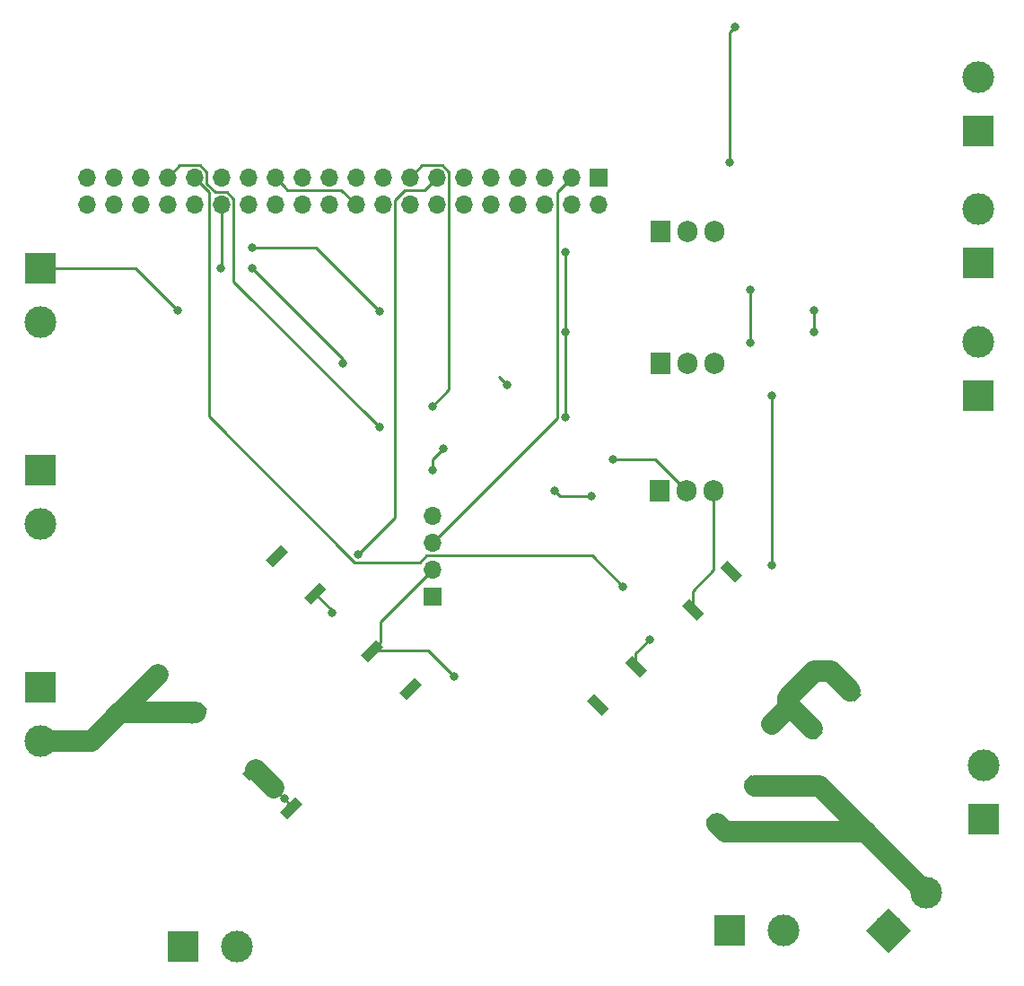
<source format=gbr>
G04 #@! TF.GenerationSoftware,KiCad,Pcbnew,(5.0.0)*
G04 #@! TF.CreationDate,2021-03-23T16:32:05-04:00*
G04 #@! TF.ProjectId,Projet_ControlledEnvironment,50726F6A65745F436F6E74726F6C6C65,1.0*
G04 #@! TF.SameCoordinates,Original*
G04 #@! TF.FileFunction,Copper,L2,Bot,Signal*
G04 #@! TF.FilePolarity,Positive*
%FSLAX46Y46*%
G04 Gerber Fmt 4.6, Leading zero omitted, Abs format (unit mm)*
G04 Created by KiCad (PCBNEW (5.0.0)) date 03/23/21 16:32:05*
%MOMM*%
%LPD*%
G01*
G04 APERTURE LIST*
G04 #@! TA.AperFunction,ComponentPad*
%ADD10O,1.905000X2.000000*%
G04 #@! TD*
G04 #@! TA.AperFunction,ComponentPad*
%ADD11R,1.905000X2.000000*%
G04 #@! TD*
G04 #@! TA.AperFunction,ComponentPad*
%ADD12O,1.700000X1.700000*%
G04 #@! TD*
G04 #@! TA.AperFunction,ComponentPad*
%ADD13R,1.700000X1.700000*%
G04 #@! TD*
G04 #@! TA.AperFunction,ComponentPad*
%ADD14C,3.000000*%
G04 #@! TD*
G04 #@! TA.AperFunction,ComponentPad*
%ADD15R,3.000000X3.000000*%
G04 #@! TD*
G04 #@! TA.AperFunction,Conductor*
%ADD16C,0.100000*%
G04 #@! TD*
G04 #@! TA.AperFunction,SMDPad,CuDef*
%ADD17C,0.950000*%
G04 #@! TD*
G04 #@! TA.AperFunction,ViaPad*
%ADD18C,0.800000*%
G04 #@! TD*
G04 #@! TA.AperFunction,Conductor*
%ADD19C,0.250000*%
G04 #@! TD*
G04 #@! TA.AperFunction,Conductor*
%ADD20C,2.000000*%
G04 #@! TD*
G04 APERTURE END LIST*
D10*
G04 #@! TO.P,U203,3*
G04 #@! TO.N,GND*
X169540000Y-102000000D03*
G04 #@! TO.P,U203,2*
G04 #@! TO.N,Net-(Q203-Pad3)*
X167000000Y-102000000D03*
D11*
G04 #@! TO.P,U203,1*
G04 #@! TO.N,EXT_OPT_FAN_OUT*
X164460000Y-102000000D03*
G04 #@! TD*
D12*
G04 #@! TO.P,J201,27*
G04 #@! TO.N,Net-(J201-Pad27)*
X125610301Y-72460000D03*
G04 #@! TO.P,J201,22*
G04 #@! TO.N,Net-(J201-Pad22)*
X133230301Y-75000000D03*
G04 #@! TO.P,J201,6*
G04 #@! TO.N,GND*
X153550301Y-75000000D03*
G04 #@! TO.P,J201,19*
G04 #@! TO.N,Net-(J201-Pad19)*
X135770301Y-72460000D03*
G04 #@! TO.P,J201,17*
G04 #@! TO.N,Net-(J201-Pad17)*
X138310301Y-72460000D03*
G04 #@! TO.P,J201,13*
G04 #@! TO.N,/Mainblock Core/GPIO27*
X143390301Y-72460000D03*
G04 #@! TO.P,J201,10*
G04 #@! TO.N,/Mainblock Core/RX_PI*
X148470301Y-75000000D03*
G04 #@! TO.P,J201,5*
G04 #@! TO.N,SCL_PI*
X153550301Y-72460000D03*
G04 #@! TO.P,J201,30*
G04 #@! TO.N,GND*
X123070301Y-75000000D03*
G04 #@! TO.P,J201,21*
G04 #@! TO.N,Net-(J201-Pad21)*
X133230301Y-72460000D03*
G04 #@! TO.P,J201,32*
G04 #@! TO.N,/Mainblock Core/GPIO12*
X120530301Y-75000000D03*
G04 #@! TO.P,J201,9*
G04 #@! TO.N,GND*
X148470301Y-72460000D03*
G04 #@! TO.P,J201,38*
G04 #@! TO.N,Net-(J201-Pad38)*
X112910301Y-75000000D03*
G04 #@! TO.P,J201,28*
G04 #@! TO.N,Net-(J201-Pad28)*
X125610301Y-75000000D03*
G04 #@! TO.P,J201,37*
G04 #@! TO.N,/Mainblock Core/GPIO26*
X112910301Y-72460000D03*
G04 #@! TO.P,J201,35*
G04 #@! TO.N,Net-(J201-Pad35)*
X115450301Y-72460000D03*
G04 #@! TO.P,J201,4*
G04 #@! TO.N,+5V*
X156090301Y-75000000D03*
G04 #@! TO.P,J201,31*
G04 #@! TO.N,/Mainblock Core/GPIO6*
X120530301Y-72460000D03*
G04 #@! TO.P,J201,20*
G04 #@! TO.N,GND*
X135770301Y-75000000D03*
G04 #@! TO.P,J201,3*
G04 #@! TO.N,SDA_PI*
X156090301Y-72460000D03*
G04 #@! TO.P,J201,34*
G04 #@! TO.N,GND*
X117990301Y-75000000D03*
G04 #@! TO.P,J201,26*
G04 #@! TO.N,Net-(J201-Pad26)*
X128150301Y-75000000D03*
G04 #@! TO.P,J201,40*
G04 #@! TO.N,Net-(J201-Pad40)*
X110370301Y-75000000D03*
G04 #@! TO.P,J201,12*
G04 #@! TO.N,/Mainblock Core/GPIO18*
X145930301Y-75000000D03*
G04 #@! TO.P,J201,24*
G04 #@! TO.N,Net-(J201-Pad24)*
X130690301Y-75000000D03*
G04 #@! TO.P,J201,18*
G04 #@! TO.N,Net-(J201-Pad18)*
X138310301Y-75000000D03*
G04 #@! TO.P,J201,39*
G04 #@! TO.N,GND*
X110370301Y-72460000D03*
G04 #@! TO.P,J201,33*
G04 #@! TO.N,/Mainblock Core/GPIO13*
X117990301Y-72460000D03*
G04 #@! TO.P,J201,36*
G04 #@! TO.N,Net-(J201-Pad36)*
X115450301Y-75000000D03*
G04 #@! TO.P,J201,16*
G04 #@! TO.N,Net-(J201-Pad16)*
X140850301Y-75000000D03*
G04 #@! TO.P,J201,2*
G04 #@! TO.N,+5V*
X158630301Y-75000000D03*
G04 #@! TO.P,J201,7*
G04 #@! TO.N,/Mainblock Core/GPIO4*
X151010301Y-72460000D03*
G04 #@! TO.P,J201,23*
G04 #@! TO.N,Net-(J201-Pad23)*
X130690301Y-72460000D03*
G04 #@! TO.P,J201,14*
G04 #@! TO.N,GND*
X143390301Y-75000000D03*
G04 #@! TO.P,J201,11*
G04 #@! TO.N,/Mainblock Core/GPIO17*
X145930301Y-72460000D03*
D13*
G04 #@! TO.P,J201,1*
G04 #@! TO.N,+3V3*
X158630301Y-72460000D03*
D12*
G04 #@! TO.P,J201,25*
G04 #@! TO.N,GND*
X128150301Y-72460000D03*
G04 #@! TO.P,J201,15*
G04 #@! TO.N,/Mainblock Core/GPIO22*
X140850301Y-72460000D03*
G04 #@! TO.P,J201,8*
G04 #@! TO.N,/Mainblock Core/TX_PI*
X151010301Y-75000000D03*
G04 #@! TO.P,J201,29*
G04 #@! TO.N,/Mainblock Core/GPIO5*
X123070301Y-72460000D03*
G04 #@! TD*
D14*
G04 #@! TO.P,J409,2*
G04 #@! TO.N,Humidificateur*
X176080000Y-143500000D03*
D15*
G04 #@! TO.P,J409,1*
G04 #@! TO.N,VAC-*
X171000000Y-143500000D03*
G04 #@! TD*
D10*
G04 #@! TO.P,U201,3*
G04 #@! TO.N,GND*
X169580000Y-77500000D03*
G04 #@! TO.P,U201,2*
G04 #@! TO.N,Net-(Q202-Pad3)*
X167040000Y-77500000D03*
D11*
G04 #@! TO.P,U201,1*
G04 #@! TO.N,LED_FAN_OUT*
X164500000Y-77500000D03*
G04 #@! TD*
D10*
G04 #@! TO.P,U202,3*
G04 #@! TO.N,GND*
X169580000Y-90000000D03*
G04 #@! TO.P,U202,2*
G04 #@! TO.N,Net-(Q201-Pad3)*
X167040000Y-90000000D03*
D11*
G04 #@! TO.P,U202,1*
G04 #@! TO.N,BOITIER_FAN_OUT*
X164500000Y-90000000D03*
G04 #@! TD*
D14*
G04 #@! TO.P,J401,2*
G04 #@! TO.N,LED_FAN_IN*
X194500000Y-62920000D03*
D15*
G04 #@! TO.P,J401,1*
G04 #@! TO.N,LED_FAN_OUT*
X194500000Y-68000000D03*
G04 #@! TD*
G04 #@! TO.P,J402,1*
G04 #@! TO.N,BOITIER_FAN_OUT*
X194500000Y-80500000D03*
D14*
G04 #@! TO.P,J402,2*
G04 #@! TO.N,BOITIER_FAN_IN*
X194500000Y-75420000D03*
G04 #@! TD*
G04 #@! TO.P,J403,2*
G04 #@! TO.N,EXT_OPT_FAN_IN*
X194500000Y-87920000D03*
D15*
G04 #@! TO.P,J403,1*
G04 #@! TO.N,EXT_OPT_FAN_OUT*
X194500000Y-93000000D03*
G04 #@! TD*
D13*
G04 #@! TO.P,J404,1*
G04 #@! TO.N,+3V3*
X143000000Y-112000000D03*
D12*
G04 #@! TO.P,J404,2*
G04 #@! TO.N,GND*
X143000000Y-109460000D03*
G04 #@! TO.P,J404,3*
G04 #@! TO.N,SDA_PI*
X143000000Y-106920000D03*
G04 #@! TO.P,J404,4*
G04 #@! TO.N,SCL_PI*
X143000000Y-104380000D03*
G04 #@! TD*
D15*
G04 #@! TO.P,J405,1*
G04 #@! TO.N,VAC+*
X119500000Y-145000000D03*
D14*
G04 #@! TO.P,J405,2*
G04 #@! TO.N,VAC-*
X124580000Y-145000000D03*
G04 #@! TD*
D15*
G04 #@! TO.P,J406,1*
G04 #@! TO.N,VAC-*
X106000000Y-100000000D03*
D14*
G04 #@! TO.P,J406,2*
G04 #@! TO.N,Heater*
X106000000Y-105080000D03*
G04 #@! TD*
G04 #@! TO.P,J407,2*
G04 #@! TO.N,DuctFan*
X106000000Y-125580000D03*
D15*
G04 #@! TO.P,J407,1*
G04 #@! TO.N,VAC-*
X106000000Y-120500000D03*
G04 #@! TD*
G04 #@! TO.P,J408,1*
G04 #@! TO.N,VAC-*
X195000000Y-133000000D03*
D14*
G04 #@! TO.P,J408,2*
G04 #@! TO.N,Dehumidificateur*
X195000000Y-127920000D03*
G04 #@! TD*
G04 #@! TO.P,J410,1*
G04 #@! TO.N,VAC-*
X186000000Y-143500000D03*
D16*
G04 #@! TD*
G04 #@! TO.N,VAC-*
G04 #@! TO.C,J410*
G36*
X186000000Y-145621320D02*
X183878680Y-143500000D01*
X186000000Y-141378680D01*
X188121320Y-143500000D01*
X186000000Y-145621320D01*
X186000000Y-145621320D01*
G37*
D14*
G04 #@! TO.P,J410,2*
G04 #@! TO.N,Ext_Light*
X189592102Y-139907898D03*
G04 #@! TD*
D17*
G04 #@! TO.P,U204,8*
G04 #@! TO.N,Ext_Light*
X169835320Y-133407678D03*
D16*
G04 #@! TD*
G04 #@! TO.N,Ext_Light*
G04 #@! TO.C,U204*
G36*
X170206551Y-134450661D02*
X168792337Y-133036447D01*
X169464089Y-132364695D01*
X170878303Y-133778909D01*
X170206551Y-134450661D01*
X170206551Y-134450661D01*
G37*
D17*
G04 #@! TO.P,U204,1*
G04 #@! TO.N,Net-(U204-Pad1)*
X158592322Y-122164680D03*
D16*
G04 #@! TD*
G04 #@! TO.N,Net-(U204-Pad1)*
G04 #@! TO.C,U204*
G36*
X158963553Y-123207663D02*
X157549339Y-121793449D01*
X158221091Y-121121697D01*
X159635305Y-122535911D01*
X158963553Y-123207663D01*
X158963553Y-123207663D01*
G37*
D17*
G04 #@! TO.P,U204,7*
G04 #@! TO.N,Ext_Light*
X173427422Y-129815576D03*
D16*
G04 #@! TD*
G04 #@! TO.N,Ext_Light*
G04 #@! TO.C,U204*
G36*
X173798653Y-130858559D02*
X172384439Y-129444345D01*
X173056191Y-128772593D01*
X174470405Y-130186807D01*
X173798653Y-130858559D01*
X173798653Y-130858559D01*
G37*
D17*
G04 #@! TO.P,U204,2*
G04 #@! TO.N,Net-(R210-Pad1)*
X162184424Y-118572578D03*
D16*
G04 #@! TD*
G04 #@! TO.N,Net-(R210-Pad1)*
G04 #@! TO.C,U204*
G36*
X162555655Y-119615561D02*
X161141441Y-118201347D01*
X161813193Y-117529595D01*
X163227407Y-118943809D01*
X162555655Y-119615561D01*
X162555655Y-119615561D01*
G37*
D17*
G04 #@! TO.P,U204,6*
G04 #@! TO.N,VAC+*
X178815576Y-124427422D03*
D16*
G04 #@! TD*
G04 #@! TO.N,VAC+*
G04 #@! TO.C,U204*
G36*
X179186807Y-125470405D02*
X177772593Y-124056191D01*
X178444345Y-123384439D01*
X179858559Y-124798653D01*
X179186807Y-125470405D01*
X179186807Y-125470405D01*
G37*
D17*
G04 #@! TO.P,U204,3*
G04 #@! TO.N,GND*
X167572578Y-113184424D03*
D16*
G04 #@! TD*
G04 #@! TO.N,GND*
G04 #@! TO.C,U204*
G36*
X167943809Y-114227407D02*
X166529595Y-112813193D01*
X167201347Y-112141441D01*
X168615561Y-113555655D01*
X167943809Y-114227407D01*
X167943809Y-114227407D01*
G37*
D17*
G04 #@! TO.P,U204,5*
G04 #@! TO.N,VAC+*
X182407678Y-120835320D03*
D16*
G04 #@! TD*
G04 #@! TO.N,VAC+*
G04 #@! TO.C,U204*
G36*
X182778909Y-121878303D02*
X181364695Y-120464089D01*
X182036447Y-119792337D01*
X183450661Y-121206551D01*
X182778909Y-121878303D01*
X182778909Y-121878303D01*
G37*
D17*
G04 #@! TO.P,U204,4*
G04 #@! TO.N,Net-(U204-Pad4)*
X171164680Y-109592322D03*
D16*
G04 #@! TD*
G04 #@! TO.N,Net-(U204-Pad4)*
G04 #@! TO.C,U204*
G36*
X171535911Y-110635305D02*
X170121697Y-109221091D01*
X170793449Y-108549339D01*
X172207663Y-109963553D01*
X171535911Y-110635305D01*
X171535911Y-110635305D01*
G37*
D17*
G04 #@! TO.P,U206,4*
G04 #@! TO.N,Net-(U206-Pad4)*
X140907678Y-120664680D03*
D16*
G04 #@! TD*
G04 #@! TO.N,Net-(U206-Pad4)*
G04 #@! TO.C,U206*
G36*
X139864695Y-121035911D02*
X141278909Y-119621697D01*
X141950661Y-120293449D01*
X140536447Y-121707663D01*
X139864695Y-121035911D01*
X139864695Y-121035911D01*
G37*
D17*
G04 #@! TO.P,U206,5*
G04 #@! TO.N,VAC+*
X129664680Y-131907678D03*
D16*
G04 #@! TD*
G04 #@! TO.N,VAC+*
G04 #@! TO.C,U206*
G36*
X128621697Y-132278909D02*
X130035911Y-130864695D01*
X130707663Y-131536447D01*
X129293449Y-132950661D01*
X128621697Y-132278909D01*
X128621697Y-132278909D01*
G37*
D17*
G04 #@! TO.P,U206,3*
G04 #@! TO.N,GND*
X137315576Y-117072578D03*
D16*
G04 #@! TD*
G04 #@! TO.N,GND*
G04 #@! TO.C,U206*
G36*
X136272593Y-117443809D02*
X137686807Y-116029595D01*
X138358559Y-116701347D01*
X136944345Y-118115561D01*
X136272593Y-117443809D01*
X136272593Y-117443809D01*
G37*
D17*
G04 #@! TO.P,U206,6*
G04 #@! TO.N,VAC+*
X126072578Y-128315576D03*
D16*
G04 #@! TD*
G04 #@! TO.N,VAC+*
G04 #@! TO.C,U206*
G36*
X125029595Y-128686807D02*
X126443809Y-127272593D01*
X127115561Y-127944345D01*
X125701347Y-129358559D01*
X125029595Y-128686807D01*
X125029595Y-128686807D01*
G37*
D17*
G04 #@! TO.P,U206,2*
G04 #@! TO.N,Net-(R212-Pad1)*
X131927422Y-111684424D03*
D16*
G04 #@! TD*
G04 #@! TO.N,Net-(R212-Pad1)*
G04 #@! TO.C,U206*
G36*
X130884439Y-112055655D02*
X132298653Y-110641441D01*
X132970405Y-111313193D01*
X131556191Y-112727407D01*
X130884439Y-112055655D01*
X130884439Y-112055655D01*
G37*
D17*
G04 #@! TO.P,U206,7*
G04 #@! TO.N,DuctFan*
X120684424Y-122927422D03*
D16*
G04 #@! TD*
G04 #@! TO.N,DuctFan*
G04 #@! TO.C,U206*
G36*
X119641441Y-123298653D02*
X121055655Y-121884439D01*
X121727407Y-122556191D01*
X120313193Y-123970405D01*
X119641441Y-123298653D01*
X119641441Y-123298653D01*
G37*
D17*
G04 #@! TO.P,U206,1*
G04 #@! TO.N,Net-(U206-Pad1)*
X128335320Y-108092322D03*
D16*
G04 #@! TD*
G04 #@! TO.N,Net-(U206-Pad1)*
G04 #@! TO.C,U206*
G36*
X127292337Y-108463553D02*
X128706551Y-107049339D01*
X129378303Y-107721091D01*
X127964089Y-109135305D01*
X127292337Y-108463553D01*
X127292337Y-108463553D01*
G37*
D17*
G04 #@! TO.P,U206,8*
G04 #@! TO.N,DuctFan*
X117092322Y-119335320D03*
D16*
G04 #@! TD*
G04 #@! TO.N,DuctFan*
G04 #@! TO.C,U206*
G36*
X116049339Y-119706551D02*
X117463553Y-118292337D01*
X118135305Y-118964089D01*
X116721091Y-120378303D01*
X116049339Y-119706551D01*
X116049339Y-119706551D01*
G37*
D15*
G04 #@! TO.P,J202,1*
G04 #@! TO.N,+12V*
X106000000Y-81000000D03*
D14*
G04 #@! TO.P,J202,2*
G04 #@! TO.N,GND*
X106000000Y-86080000D03*
G04 #@! TD*
D18*
G04 #@! TO.N,GND*
X145000000Y-119500000D03*
X134500000Y-90000000D03*
X179000000Y-87000000D03*
X179000000Y-85000000D03*
X123000000Y-81000000D03*
X126000000Y-81000000D03*
G04 #@! TO.N,+5V*
X155500000Y-87000000D03*
X155500000Y-95000000D03*
X155500000Y-79500000D03*
G04 #@! TO.N,/Mainblock Core/GPIO27*
X136000000Y-108000000D03*
G04 #@! TO.N,/Mainblock Core/GPIO22*
X154500000Y-102000000D03*
X158000000Y-102500000D03*
X143000000Y-94000000D03*
G04 #@! TO.N,/Mainblock Core/GPIO6*
X161000000Y-111000000D03*
G04 #@! TO.N,/Mainblock Core/GPIO12*
X150000000Y-92000000D03*
X126000000Y-79000000D03*
X138012653Y-85012653D03*
G04 #@! TO.N,/Mainblock Core/GPIO13*
X138000000Y-96000000D03*
X143000000Y-100000000D03*
X144012653Y-97987347D03*
G04 #@! TO.N,VAC+*
X176000000Y-123000000D03*
X129000000Y-131000000D03*
X128000000Y-130000000D03*
X175000000Y-124000000D03*
G04 #@! TO.N,Net-(Q203-Pad3)*
X160000000Y-99000000D03*
G04 #@! TO.N,Net-(R210-Pad1)*
X163500000Y-116000000D03*
G04 #@! TO.N,Net-(R212-Pad1)*
X133500000Y-113500000D03*
G04 #@! TO.N,+12V*
X173000000Y-88000000D03*
X173000000Y-83000000D03*
X171000000Y-71000000D03*
X119000000Y-85000000D03*
X175000000Y-109000000D03*
X175000000Y-93000000D03*
X171500000Y-58250000D03*
G04 #@! TD*
D19*
G04 #@! TO.N,GND*
X142150001Y-110309999D02*
X143000000Y-109460000D01*
X138093393Y-114366607D02*
X142150001Y-110309999D01*
X138093393Y-116294761D02*
X138093393Y-114366607D01*
X137315576Y-117072578D02*
X138093393Y-116294761D01*
X169540000Y-109460000D02*
X169540000Y-102000000D01*
X167572578Y-113184424D02*
X167572578Y-111427422D01*
X167572578Y-111427422D02*
X169540000Y-109460000D01*
X137315576Y-117072578D02*
X142572578Y-117072578D01*
X142572578Y-117072578D02*
X145000000Y-119500000D01*
X129000300Y-73309999D02*
X128150301Y-72460000D01*
X129325302Y-73635001D02*
X129000300Y-73309999D01*
X134405302Y-73635001D02*
X129325302Y-73635001D01*
X135770301Y-75000000D02*
X134405302Y-73635001D01*
X179000000Y-87000000D02*
X179000000Y-85000000D01*
X123070301Y-75000000D02*
X123070301Y-80929699D01*
X123070301Y-80929699D02*
X123000000Y-81000000D01*
X134500000Y-89500000D02*
X134500000Y-90000000D01*
X126000000Y-81000000D02*
X134500000Y-89500000D01*
G04 #@! TO.N,+5V*
X155500000Y-87000000D02*
X155500000Y-95000000D01*
X155500000Y-79500000D02*
X155500000Y-87000000D01*
G04 #@! TO.N,SDA_PI*
X143849999Y-106070001D02*
X143000000Y-106920000D01*
X154774999Y-95145001D02*
X143849999Y-106070001D01*
X154774999Y-73775302D02*
X154774999Y-95145001D01*
X156090301Y-72460000D02*
X154774999Y-73775302D01*
G04 #@! TO.N,/Mainblock Core/GPIO27*
X136399999Y-107600001D02*
X136000000Y-108000000D01*
X139485302Y-104514698D02*
X136399999Y-107600001D01*
X139485302Y-74514698D02*
X139485302Y-104514698D01*
X140364999Y-73635001D02*
X139485302Y-74514698D01*
X142215300Y-73635001D02*
X140364999Y-73635001D01*
X143390301Y-72460000D02*
X142215300Y-73635001D01*
G04 #@! TO.N,/Mainblock Core/GPIO22*
X154500000Y-102000000D02*
X155000000Y-102500000D01*
X155000000Y-102500000D02*
X158000000Y-102500000D01*
X144565302Y-92434698D02*
X143000000Y-94000000D01*
X144565302Y-71895999D02*
X144565302Y-92434698D01*
X143954302Y-71284999D02*
X144565302Y-71895999D01*
X140850301Y-72460000D02*
X142025302Y-71284999D01*
X142025302Y-71284999D02*
X143954302Y-71284999D01*
G04 #@! TO.N,/Mainblock Core/GPIO6*
X158095001Y-108095001D02*
X161000000Y-111000000D01*
X121895300Y-73824999D02*
X121895300Y-94968302D01*
X120530301Y-72460000D02*
X121895300Y-73824999D01*
X121895300Y-94968302D02*
X135651999Y-108725001D01*
X135651999Y-108725001D02*
X141805999Y-108725001D01*
X141805999Y-108725001D02*
X142435999Y-108095001D01*
X142435999Y-108095001D02*
X158095001Y-108095001D01*
G04 #@! TO.N,/Mainblock Core/GPIO12*
X150000000Y-92000000D02*
X149255001Y-91255001D01*
X126000000Y-79000000D02*
X128000000Y-79000000D01*
X138012653Y-85012653D02*
X132000000Y-79000000D01*
X132000000Y-79000000D02*
X128000000Y-79000000D01*
G04 #@! TO.N,/Mainblock Core/GPIO13*
X124245302Y-82245302D02*
X138000000Y-96000000D01*
X124245302Y-74435999D02*
X124245302Y-82245302D01*
X123634302Y-73824999D02*
X124245302Y-74435999D01*
X119165302Y-71284999D02*
X121094302Y-71284999D01*
X117990301Y-72460000D02*
X119165302Y-71284999D01*
X121094302Y-71284999D02*
X121705302Y-71895999D01*
X121705302Y-71895999D02*
X121705302Y-72998591D01*
X121705302Y-72998591D02*
X122531710Y-73824999D01*
X122531710Y-73824999D02*
X123634302Y-73824999D01*
X143000000Y-100000000D02*
X143000000Y-99000000D01*
X143000000Y-99000000D02*
X144012653Y-97987347D01*
G04 #@! TO.N,VAC+*
X126315576Y-128315576D02*
X126072578Y-128315576D01*
D20*
X128000000Y-130000000D02*
X126315576Y-128315576D01*
D19*
X129664680Y-131664680D02*
X129664680Y-131907678D01*
X128000000Y-130000000D02*
X129664680Y-131664680D01*
D20*
X180572358Y-119000000D02*
X182407678Y-120835320D01*
X179000000Y-119000000D02*
X180572358Y-119000000D01*
X176500000Y-121500000D02*
X179000000Y-119000000D01*
X175000000Y-124000000D02*
X176500000Y-122500000D01*
X176500000Y-122500000D02*
X176500000Y-121500000D01*
X176888154Y-122500000D02*
X178815576Y-124427422D01*
D19*
X176500000Y-122500000D02*
X176888154Y-122500000D01*
D20*
G04 #@! TO.N,DuctFan*
X106000000Y-125580000D02*
X110847642Y-125580000D01*
X113500220Y-122927422D02*
X120684424Y-122927422D01*
X112927642Y-123500000D02*
X113500220Y-122927422D01*
X112927642Y-123500000D02*
X117092322Y-119335320D01*
X110847642Y-125580000D02*
X112927642Y-123500000D01*
G04 #@! TO.N,Ext_Light*
X179499780Y-129815576D02*
X173427422Y-129815576D01*
D19*
X183869699Y-134185495D02*
X184000000Y-134315796D01*
D20*
X170613137Y-134185495D02*
X183869699Y-134185495D01*
X169835320Y-133407678D02*
X170613137Y-134185495D01*
X189592102Y-139907898D02*
X184000000Y-134315796D01*
X184000000Y-134315796D02*
X179499780Y-129815576D01*
D19*
G04 #@! TO.N,Net-(Q203-Pad3)*
X164047500Y-99000000D02*
X160000000Y-99000000D01*
X167000000Y-102000000D02*
X167000000Y-101952500D01*
X167000000Y-101952500D02*
X164047500Y-99000000D01*
G04 #@! TO.N,Net-(R210-Pad1)*
X162184424Y-117315576D02*
X162184424Y-118572578D01*
X163500000Y-116000000D02*
X162184424Y-117315576D01*
G04 #@! TO.N,Net-(R212-Pad1)*
X133500000Y-113257002D02*
X131927422Y-111684424D01*
X133500000Y-113500000D02*
X133500000Y-113257002D01*
G04 #@! TO.N,+12V*
X173000000Y-88000000D02*
X173000000Y-83000000D01*
X171000000Y-71000000D02*
X171000000Y-67000000D01*
X171000000Y-67000000D02*
X171000000Y-59704052D01*
X106000000Y-81000000D02*
X115000000Y-81000000D01*
X115000000Y-81000000D02*
X119000000Y-85000000D01*
X175000000Y-109000000D02*
X175000000Y-93000000D01*
X171000000Y-59704052D02*
X171000000Y-58750000D01*
X171000000Y-58750000D02*
X171500000Y-58250000D01*
G04 #@! TD*
M02*

</source>
